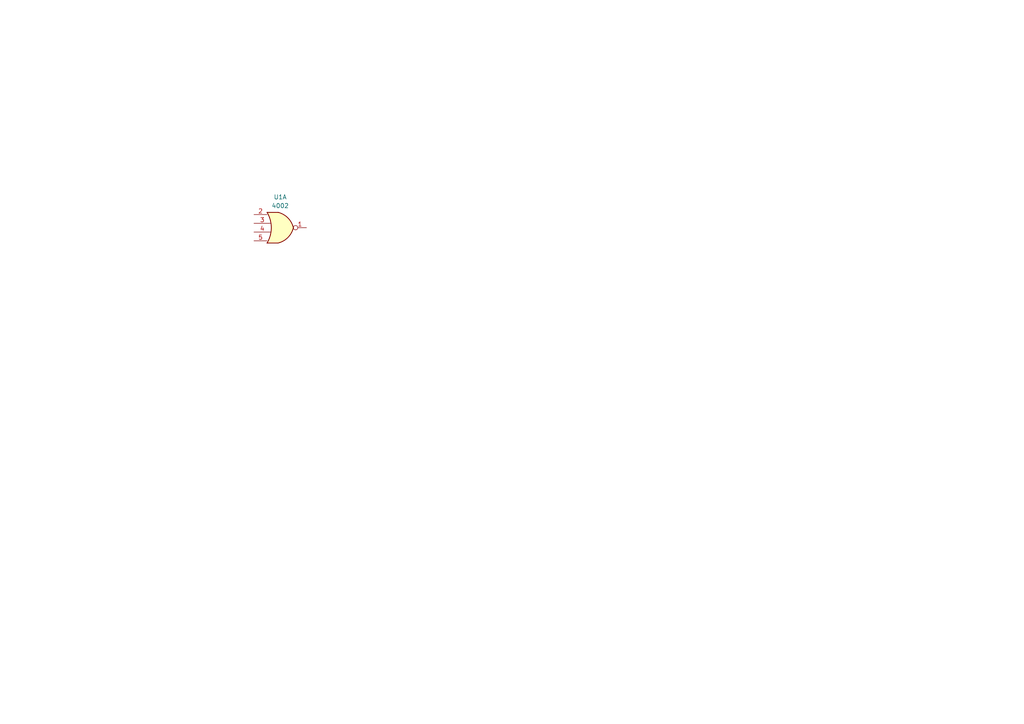
<source format=kicad_sch>
(kicad_sch (version 20250114) (generator "eeschema") (generator_version "9.0")
  (paper "A4")
  (lib_symbols
    (symbol "4xxx:4002" (pin_names (offset 1.016))
      (property "Reference" "U" (at 0 1.27 0))
      (property "Value" "4002" (at 0 -1.27 0))
      (symbol "4002_1_1"
        (arc (start -3.81 4.445) (mid -2.5908 0) (end -3.81 -4.445) (stroke (width 0.254)))
        (polyline (pts (xy -3.81 4.445) (xy -0.635 4.445)) (stroke (width 0.254)) (fill (type background)))
        (polyline (pts (xy -3.81 -4.445) (xy -0.635 -4.445)) (stroke (width 0.254)) (fill (type background)))
        (arc (start -0.6096 4.445) (mid 2.2198 2.8385) (end 3.81 0) (stroke (width 0.254)) (fill (type background)))
        (arc (start 3.81 0) (mid 2.224 -2.8428) (end -0.6096 -4.445) (stroke (width 0.254)) (fill (type background)))
        (polyline (pts (xy -0.635 4.445) (xy -3.81 4.445) (xy -3.81 4.445) (xy -3.6322 4.0894) (xy -3.0988 2.921) (xy -2.7686 1.6764) (xy -2.6162 0.4318) (xy -2.6416 -0.8636) (xy -2.8702 -2.1082) (xy -3.2512 -3.3274) (xy -3.81 -4.445) (xy -3.81 -4.445) (xy -0.635 -4.445)) (stroke (width -25.4)) (fill (type background)))
        (pin input line (at -7.62 3.81 0) (length 3.81) (name "~") (number "2"))
        (pin input line (at -7.62 1.27 0) (length 4.826) (name "~") (number "3"))
        (pin input line (at -7.62 -1.27 0) (length 4.826) (name "~") (number "4"))
        (pin input line (at -7.62 -3.81 0) (length 3.81) (name "~") (number "5"))
        (pin output inverted (at 7.62 0 180) (length 3.81) (name "~") (number "1"))
      )
      (symbol "4002_1_2"
        (arc (start -0.635 4.445) (mid 3.7907 0) (end -0.635 -4.445) (stroke (width 0.254)) (fill (type background)))
        (polyline (pts (xy -0.635 4.445) (xy -3.81 4.445) (xy -3.81 -4.445) (xy -0.635 -4.445)) (stroke (width 0.254)) (fill (type background)))
        (pin input inverted (at -7.62 3.81 0) (length 3.81) (name "~") (number "2"))
        (pin input inverted (at -7.62 1.27 0) (length 3.81) (name "~") (number "3"))
        (pin input inverted (at -7.62 -1.27 0) (length 3.81) (name "~") (number "4"))
        (pin input inverted (at -7.62 -3.81 0) (length 3.81) (name "~") (number "5"))
        (pin output line (at 7.62 0 180) (length 3.81) (name "~") (number "1"))
      )
      (symbol "4002_2_1"
        (arc (start -3.81 4.445) (mid -2.5908 0) (end -3.81 -4.445) (stroke (width 0.254)))
        (polyline (pts (xy -3.81 4.445) (xy -0.635 4.445)) (stroke (width 0.254)) (fill (type background)))
        (polyline (pts (xy -3.81 -4.445) (xy -0.635 -4.445)) (stroke (width 0.254)) (fill (type background)))
        (arc (start -0.6096 4.445) (mid 2.2198 2.8385) (end 3.81 0) (stroke (width 0.254)) (fill (type background)))
        (arc (start 3.81 0) (mid 2.224 -2.8428) (end -0.6096 -4.445) (stroke (width 0.254)) (fill (type background)))
        (polyline (pts (xy -0.635 4.445) (xy -3.81 4.445) (xy -3.81 4.445) (xy -3.6322 4.0894) (xy -3.0988 2.921) (xy -2.7686 1.6764) (xy -2.6162 0.4318) (xy -2.6416 -0.8636) (xy -2.8702 -2.1082) (xy -3.2512 -3.3274) (xy -3.81 -4.445) (xy -3.81 -4.445) (xy -0.635 -4.445)) (stroke (width -25.4)) (fill (type background)))
        (pin input line (at -7.62 3.81 0) (length 3.81) (name "~") (number "9"))
        (pin input line (at -7.62 1.27 0) (length 4.826) (name "~") (number "10"))
        (pin input line (at -7.62 -1.27 0) (length 4.826) (name "~") (number "11"))
        (pin input line (at -7.62 -3.81 0) (length 3.81) (name "~") (number "12"))
        (pin output inverted (at 7.62 0 180) (length 3.81) (name "~") (number "13"))
      )
      (symbol "4002_2_2"
        (arc (start -0.635 4.445) (mid 3.7907 0) (end -0.635 -4.445) (stroke (width 0.254)) (fill (type background)))
        (polyline (pts (xy -0.635 4.445) (xy -3.81 4.445) (xy -3.81 -4.445) (xy -0.635 -4.445)) (stroke (width 0.254)) (fill (type background)))
        (pin input inverted (at -7.62 3.81 0) (length 3.81) (name "~") (number "9"))
        (pin input inverted (at -7.62 1.27 0) (length 3.81) (name "~") (number "10"))
        (pin input inverted (at -7.62 -1.27 0) (length 3.81) (name "~") (number "11"))
        (pin input inverted (at -7.62 -3.81 0) (length 3.81) (name "~") (number "12"))
        (pin output line (at 7.62 0 180) (length 3.81) (name "~") (number "13"))
      )
      (symbol "4002_3_0"
        (pin power_in line (at 0 12.7 270) (length 5.08) (name "VDD") (number "14"))
        (pin power_in line (at 0 -12.7 90) (length 5.08) (name "VSS") (number "7"))
      )
      (symbol "4002_3_1"
        (rectangle (start -5.08 7.62) (end 5.08 -7.62) (stroke (width 0.254)) (fill (type background)))
      )
    )
  )
  (symbol (lib_id "4xxx:4002") (at 81.28 66.04 0) (unit 1)
    (property "Reference" "U1" (at 81.28 57.15 0))
    (property "Value" "4002" (at 81.28 59.69 0))
    (property "Datasheet" "http://www.intersil.com/content/dam/Intersil/documents/cd40/cd4000bms-01bms-02bms-25bms.pdf" (effects (hide yes)))
    (property "Description" "Dual  4 input NOR gate" (effects (hide yes)))
  )
)
</source>
